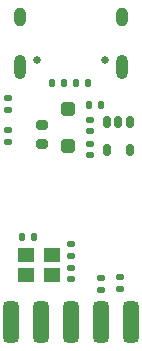
<source format=gbr>
%TF.GenerationSoftware,KiCad,Pcbnew,(6.0.1-0)*%
%TF.CreationDate,2023-04-29T18:47:23+02:00*%
%TF.ProjectId,picoprobe,7069636f-7072-46f6-9265-2e6b69636164,rev?*%
%TF.SameCoordinates,Original*%
%TF.FileFunction,Soldermask,Bot*%
%TF.FilePolarity,Negative*%
%FSLAX46Y46*%
G04 Gerber Fmt 4.6, Leading zero omitted, Abs format (unit mm)*
G04 Created by KiCad (PCBNEW (6.0.1-0)) date 2023-04-29 18:47:23*
%MOMM*%
%LPD*%
G01*
G04 APERTURE LIST*
G04 Aperture macros list*
%AMRoundRect*
0 Rectangle with rounded corners*
0 $1 Rounding radius*
0 $2 $3 $4 $5 $6 $7 $8 $9 X,Y pos of 4 corners*
0 Add a 4 corners polygon primitive as box body*
4,1,4,$2,$3,$4,$5,$6,$7,$8,$9,$2,$3,0*
0 Add four circle primitives for the rounded corners*
1,1,$1+$1,$2,$3*
1,1,$1+$1,$4,$5*
1,1,$1+$1,$6,$7*
1,1,$1+$1,$8,$9*
0 Add four rect primitives between the rounded corners*
20,1,$1+$1,$2,$3,$4,$5,0*
20,1,$1+$1,$4,$5,$6,$7,0*
20,1,$1+$1,$6,$7,$8,$9,0*
20,1,$1+$1,$8,$9,$2,$3,0*%
G04 Aperture macros list end*
%ADD10RoundRect,0.325000X-0.325000X-1.425000X0.325000X-1.425000X0.325000X1.425000X-0.325000X1.425000X0*%
%ADD11C,0.650000*%
%ADD12O,1.000000X1.600000*%
%ADD13O,1.000000X2.100000*%
%ADD14RoundRect,0.300000X-0.300000X-0.300000X0.300000X-0.300000X0.300000X0.300000X-0.300000X0.300000X0*%
%ADD15RoundRect,0.140000X0.140000X0.170000X-0.140000X0.170000X-0.140000X-0.170000X0.140000X-0.170000X0*%
%ADD16RoundRect,0.135000X0.185000X-0.135000X0.185000X0.135000X-0.185000X0.135000X-0.185000X-0.135000X0*%
%ADD17RoundRect,0.135000X0.135000X0.185000X-0.135000X0.185000X-0.135000X-0.185000X0.135000X-0.185000X0*%
%ADD18RoundRect,0.140000X-0.170000X0.140000X-0.170000X-0.140000X0.170000X-0.140000X0.170000X0.140000X0*%
%ADD19RoundRect,0.135000X-0.135000X-0.185000X0.135000X-0.185000X0.135000X0.185000X-0.135000X0.185000X0*%
%ADD20RoundRect,0.135000X-0.185000X0.135000X-0.185000X-0.135000X0.185000X-0.135000X0.185000X0.135000X0*%
%ADD21R,1.400000X1.200000*%
%ADD22RoundRect,0.200000X-0.275000X0.200000X-0.275000X-0.200000X0.275000X-0.200000X0.275000X0.200000X0*%
%ADD23RoundRect,0.150000X-0.150000X0.350000X-0.150000X-0.350000X0.150000X-0.350000X0.150000X0.350000X0*%
%ADD24RoundRect,0.140000X0.170000X-0.140000X0.170000X0.140000X-0.170000X0.140000X-0.170000X-0.140000X0*%
G04 APERTURE END LIST*
D10*
%TO.C,J2*%
X165230000Y-111400000D03*
X162690000Y-111400000D03*
X160150000Y-111400000D03*
X157610000Y-111400000D03*
X155070000Y-111400000D03*
%TD*%
D11*
%TO.C,J1*%
X157260000Y-89250000D03*
X163040000Y-89250000D03*
D12*
X155830000Y-85600000D03*
D13*
X164470000Y-89780000D03*
D12*
X164470000Y-85600000D03*
D13*
X155830000Y-89780000D03*
%TD*%
D14*
%TO.C,D1*%
X159850000Y-93330000D03*
X159850000Y-96530000D03*
%TD*%
D15*
%TO.C,C16*%
X156980000Y-104200000D03*
X156020000Y-104200000D03*
%TD*%
D16*
%TO.C,R8*%
X154850000Y-93460000D03*
X154850000Y-92440000D03*
%TD*%
%TO.C,R7*%
X154850000Y-96160000D03*
X154850000Y-95140000D03*
%TD*%
D17*
%TO.C,R2*%
X161600000Y-91150000D03*
X160580000Y-91150000D03*
%TD*%
D16*
%TO.C,R11*%
X164300000Y-108610000D03*
X164300000Y-107590000D03*
%TD*%
D18*
%TO.C,C1*%
X161750000Y-94270000D03*
X161750000Y-95230000D03*
%TD*%
D19*
%TO.C,R1*%
X158550000Y-91150000D03*
X159570000Y-91150000D03*
%TD*%
D18*
%TO.C,C15*%
X160150000Y-106820000D03*
X160150000Y-107780000D03*
%TD*%
D20*
%TO.C,R3*%
X160150000Y-104790000D03*
X160150000Y-105810000D03*
%TD*%
D21*
%TO.C,Y1*%
X158500000Y-107400000D03*
X156300000Y-107400000D03*
X156300000Y-105700000D03*
X158500000Y-105700000D03*
%TD*%
D16*
%TO.C,R10*%
X162700000Y-108660000D03*
X162700000Y-107640000D03*
%TD*%
D22*
%TO.C,F1*%
X157700000Y-94685000D03*
X157700000Y-96335000D03*
%TD*%
D23*
%TO.C,U1*%
X163200000Y-94500000D03*
X164150000Y-94500000D03*
X165100000Y-94500000D03*
X165100000Y-96800000D03*
X163200000Y-96800000D03*
%TD*%
D19*
%TO.C,FB1*%
X161690000Y-93050000D03*
X162710000Y-93050000D03*
%TD*%
D24*
%TO.C,C2*%
X161750000Y-97280000D03*
X161750000Y-96320000D03*
%TD*%
M02*

</source>
